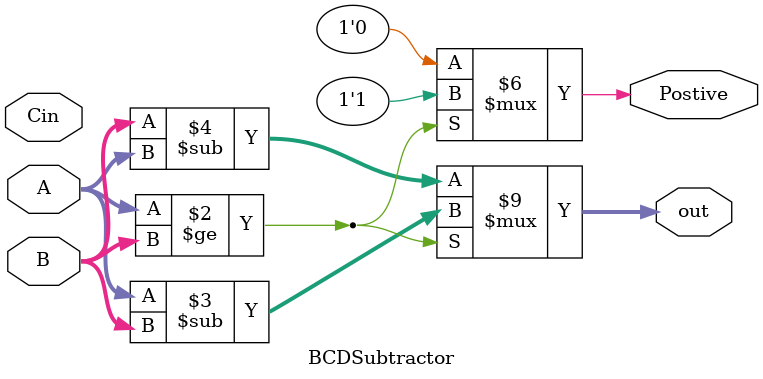
<source format=v>
`timescale 1ns / 1ps


module BCDSubtractor(
    input [3:0]A,B,
    input Cin,
    output reg [3:0]out,
    output reg Postive
    );
   
    always @(A,B)
    if(A>=B)
    begin
    out=A-B;
    Postive = 1;
    end
    else
    begin
    out= B-A;
    Postive = 0;
    end
endmodule


</source>
